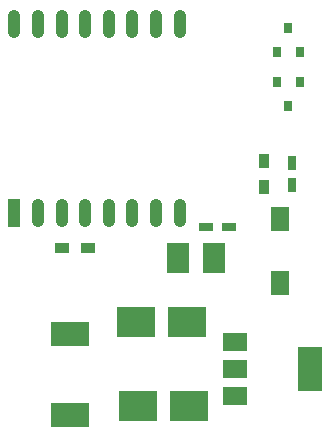
<source format=gtp>
G04 #@! TF.GenerationSoftware,KiCad,Pcbnew,(2017-11-08 revision cd21218)-HEAD*
G04 #@! TF.CreationDate,2018-02-20T18:29:19+02:00*
G04 #@! TF.ProjectId,ws281x_led_strip_controller,7773323831785F6C65645F7374726970,rev?*
G04 #@! TF.SameCoordinates,Original*
G04 #@! TF.FileFunction,Paste,Top*
G04 #@! TF.FilePolarity,Positive*
%FSLAX46Y46*%
G04 Gerber Fmt 4.6, Leading zero omitted, Abs format (unit mm)*
G04 Created by KiCad (PCBNEW (2017-11-08 revision cd21218)-HEAD) date Tue Feb 20 18:29:19 2018*
%MOMM*%
%LPD*%
G01*
G04 APERTURE LIST*
%ADD10R,3.200000X2.500000*%
%ADD11R,2.000000X1.500000*%
%ADD12R,2.000000X3.800000*%
%ADD13R,0.750000X1.200000*%
%ADD14R,1.200000X0.750000*%
%ADD15R,1.950000X2.500000*%
%ADD16R,3.197860X1.998980*%
%ADD17R,0.800000X0.900000*%
%ADD18R,1.200000X0.900000*%
%ADD19R,0.900000X1.200000*%
%ADD20R,1.600000X2.000000*%
%ADD21O,1.100000X2.400000*%
%ADD22R,1.100000X2.400000*%
G04 APERTURE END LIST*
D10*
X134450000Y-90100000D03*
X130150000Y-90100000D03*
X130000000Y-83000000D03*
X134300000Y-83000000D03*
D11*
X138400000Y-84650000D03*
X138400000Y-89250000D03*
X138400000Y-86950000D03*
D12*
X144700000Y-86950000D03*
D13*
X143200000Y-71400000D03*
X143200000Y-69500000D03*
D14*
X137850000Y-74950000D03*
X135950000Y-74950000D03*
D15*
X133525000Y-77600000D03*
X136575000Y-77600000D03*
D16*
X124400000Y-90848520D03*
X124400000Y-84051480D03*
D17*
X142900000Y-64700000D03*
X141950000Y-62700000D03*
X143850000Y-62700000D03*
X141950000Y-60100000D03*
X143850000Y-60100000D03*
X142900000Y-58100000D03*
D18*
X123700000Y-76700000D03*
X125900000Y-76700000D03*
D19*
X140800000Y-69350000D03*
X140800000Y-71550000D03*
D20*
X142200000Y-79650000D03*
X142200000Y-74250000D03*
D21*
X119700000Y-57800000D03*
X121700000Y-57800000D03*
X123700000Y-57800000D03*
X125700000Y-57800000D03*
X127700000Y-57800000D03*
X129700000Y-57800000D03*
X131700000Y-57800000D03*
X133700000Y-57800000D03*
X133700000Y-73800000D03*
X131700000Y-73800000D03*
X129700000Y-73800000D03*
X127700000Y-73800000D03*
X125700000Y-73800000D03*
X123700000Y-73800000D03*
X121700000Y-73800000D03*
D22*
X119700000Y-73800000D03*
M02*

</source>
